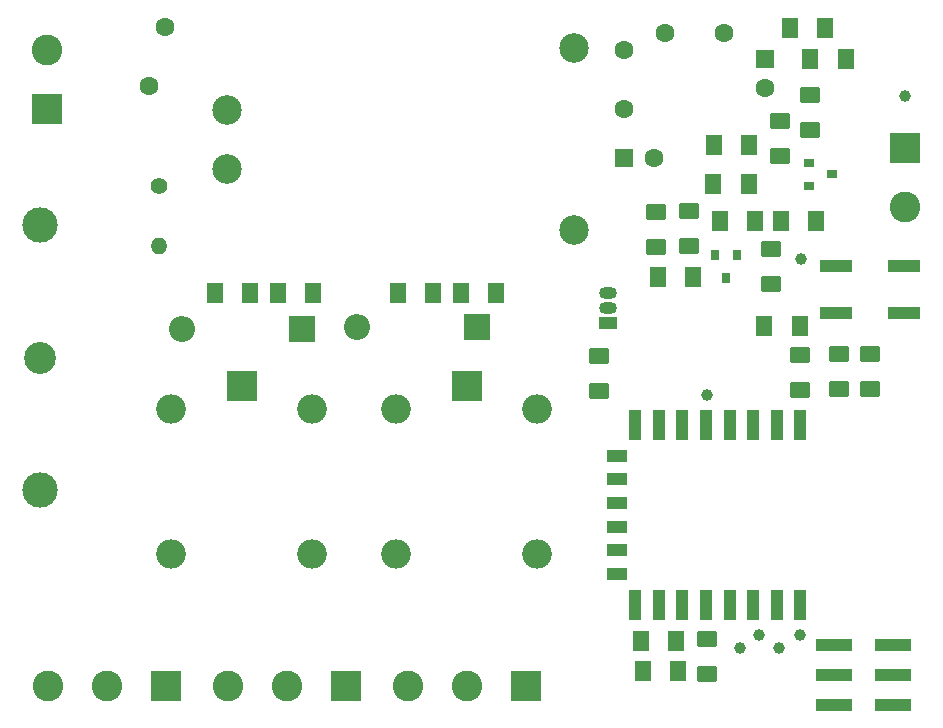
<source format=gts>
%TF.GenerationSoftware,KiCad,Pcbnew,(6.0.1)*%
%TF.CreationDate,2022-01-24T21:35:52+01:00*%
%TF.ProjectId,SmartSwitch,536d6172-7453-4776-9974-63682e6b6963,rev?*%
%TF.SameCoordinates,Original*%
%TF.FileFunction,Soldermask,Top*%
%TF.FilePolarity,Negative*%
%FSLAX46Y46*%
G04 Gerber Fmt 4.6, Leading zero omitted, Abs format (unit mm)*
G04 Created by KiCad (PCBNEW (6.0.1)) date 2022-01-24 21:35:52*
%MOMM*%
%LPD*%
G01*
G04 APERTURE LIST*
G04 Aperture macros list*
%AMRoundRect*
0 Rectangle with rounded corners*
0 $1 Rounding radius*
0 $2 $3 $4 $5 $6 $7 $8 $9 X,Y pos of 4 corners*
0 Add a 4 corners polygon primitive as box body*
4,1,4,$2,$3,$4,$5,$6,$7,$8,$9,$2,$3,0*
0 Add four circle primitives for the rounded corners*
1,1,$1+$1,$2,$3*
1,1,$1+$1,$4,$5*
1,1,$1+$1,$6,$7*
1,1,$1+$1,$8,$9*
0 Add four rect primitives between the rounded corners*
20,1,$1+$1,$2,$3,$4,$5,0*
20,1,$1+$1,$4,$5,$6,$7,0*
20,1,$1+$1,$6,$7,$8,$9,0*
20,1,$1+$1,$8,$9,$2,$3,0*%
G04 Aperture macros list end*
%ADD10R,1.000000X2.500000*%
%ADD11R,1.800000X1.000000*%
%ADD12RoundRect,0.250001X0.462499X0.624999X-0.462499X0.624999X-0.462499X-0.624999X0.462499X-0.624999X0*%
%ADD13RoundRect,0.250001X0.624999X-0.462499X0.624999X0.462499X-0.624999X0.462499X-0.624999X-0.462499X0*%
%ADD14RoundRect,0.250001X-0.462499X-0.624999X0.462499X-0.624999X0.462499X0.624999X-0.462499X0.624999X0*%
%ADD15RoundRect,0.250001X-0.624999X0.462499X-0.624999X-0.462499X0.624999X-0.462499X0.624999X0.462499X0*%
%ADD16R,1.600000X1.600000*%
%ADD17C,1.600000*%
%ADD18R,0.900000X0.800000*%
%ADD19C,2.500000*%
%ADD20R,2.600000X2.600000*%
%ADD21C,2.600000*%
%ADD22R,0.800000X0.900000*%
%ADD23C,1.000000*%
%ADD24C,1.400000*%
%ADD25O,1.400000X1.400000*%
%ADD26R,2.500000X2.500000*%
%ADD27O,2.500000X2.500000*%
%ADD28R,2.200000X2.200000*%
%ADD29O,2.200000X2.200000*%
%ADD30R,3.150000X1.000000*%
%ADD31R,1.500000X1.050000*%
%ADD32O,1.500000X1.050000*%
%ADD33R,2.750000X1.000000*%
%ADD34C,2.700000*%
%ADD35C,3.000000*%
G04 APERTURE END LIST*
D10*
X166365000Y-120462000D03*
X164365000Y-120462000D03*
X162365000Y-120462000D03*
X160365000Y-120462000D03*
X158365000Y-120462000D03*
X156365000Y-120462000D03*
X154365000Y-120462000D03*
X152365000Y-120462000D03*
D11*
X150865000Y-123062000D03*
X150865000Y-125062000D03*
X150865000Y-127062000D03*
X150865000Y-129062000D03*
X150865000Y-131062000D03*
X150865000Y-133062000D03*
D10*
X152365000Y-135662000D03*
X154365000Y-135662000D03*
X156365000Y-135662000D03*
X158365000Y-135662000D03*
X160365000Y-135662000D03*
X162365000Y-135662000D03*
X164365000Y-135662000D03*
X166365000Y-135662000D03*
D12*
X125073000Y-109266000D03*
X122098000Y-109266000D03*
X157280000Y-107950000D03*
X154305000Y-107950000D03*
X140567000Y-109266000D03*
X137592000Y-109266000D03*
D13*
X164643000Y-97672500D03*
X164643000Y-94697500D03*
D12*
X161979000Y-100076000D03*
X159004000Y-100076000D03*
X156007000Y-141270000D03*
X153032000Y-141270000D03*
D14*
X152832000Y-138730000D03*
X155807000Y-138730000D03*
D13*
X156896000Y-105329000D03*
X156896000Y-102354000D03*
X158420000Y-141578000D03*
X158420000Y-138603000D03*
D15*
X166294000Y-114546000D03*
X166294000Y-117521000D03*
D16*
X163373000Y-89454000D03*
D17*
X163373000Y-91954000D03*
D18*
X167072000Y-98283000D03*
X167072000Y-100183000D03*
X169072000Y-99233000D03*
D15*
X169596000Y-114419000D03*
X169596000Y-117394000D03*
D14*
X159563000Y-103170000D03*
X162538000Y-103170000D03*
D13*
X167200000Y-95500000D03*
X167200000Y-92525000D03*
D14*
X116764000Y-109266000D03*
X119739000Y-109266000D03*
X163319000Y-112060000D03*
X166294000Y-112060000D03*
D15*
X149300000Y-114612500D03*
X149300000Y-117587500D03*
X163881000Y-105583000D03*
X163881000Y-108558000D03*
D19*
X117780000Y-93772000D03*
X117780000Y-98772000D03*
X147180000Y-88572000D03*
X147180000Y-103972000D03*
D12*
X167687500Y-103200000D03*
X164712500Y-103200000D03*
D17*
X159900000Y-87250000D03*
X154900000Y-87250000D03*
D20*
X175184000Y-97000000D03*
D21*
X175184000Y-102000000D03*
D14*
X132258000Y-109266000D03*
X135233000Y-109266000D03*
D22*
X161031000Y-106045000D03*
X159131000Y-106045000D03*
X160081000Y-108045000D03*
D15*
X172263000Y-114473000D03*
X172263000Y-117448000D03*
D23*
X158420000Y-117902000D03*
X164516000Y-139365000D03*
X166294000Y-138222000D03*
X161214000Y-139365000D03*
X166400000Y-106400000D03*
D20*
X112650000Y-142540000D03*
D21*
X107650000Y-142540000D03*
X102650000Y-142540000D03*
D23*
X162865000Y-138222000D03*
D17*
X151435000Y-93692000D03*
X151435000Y-88692000D03*
D16*
X151435000Y-97836000D03*
D17*
X153935000Y-97836000D03*
X111250000Y-91750000D03*
X112550000Y-86750000D03*
D23*
X175200000Y-92600000D03*
D20*
X127898500Y-142540000D03*
D21*
X122898500Y-142540000D03*
X117898500Y-142540000D03*
D20*
X143147000Y-142540000D03*
D21*
X138147000Y-142540000D03*
X133147000Y-142540000D03*
D24*
X112065000Y-100249000D03*
D25*
X112065000Y-105329000D03*
D14*
X165512500Y-86800000D03*
X168487500Y-86800000D03*
D26*
X119050000Y-117140000D03*
D27*
X113050000Y-119140000D03*
X113050000Y-131340000D03*
X125050000Y-131340000D03*
X125050000Y-119140000D03*
D14*
X159077000Y-96774000D03*
X162052000Y-96774000D03*
D28*
X124130000Y-112314000D03*
D29*
X113970000Y-112314000D03*
D30*
X169175000Y-139060000D03*
X174225000Y-139060000D03*
X169175000Y-141600000D03*
X174225000Y-141600000D03*
X169175000Y-144140000D03*
X174225000Y-144140000D03*
D31*
X150038000Y-111806000D03*
D32*
X150038000Y-110536000D03*
X150038000Y-109266000D03*
D12*
X170187500Y-89500000D03*
X167212500Y-89500000D03*
D26*
X138100000Y-117140000D03*
D27*
X132100000Y-119140000D03*
X132100000Y-131340000D03*
X144100000Y-131340000D03*
X144100000Y-119140000D03*
D15*
X154178000Y-102435000D03*
X154178000Y-105410000D03*
D28*
X138989000Y-112187000D03*
D29*
X128829000Y-112187000D03*
D20*
X102540000Y-93692000D03*
D21*
X102540000Y-88692000D03*
D33*
X169383000Y-111012000D03*
X175143000Y-111012000D03*
X169383000Y-107012000D03*
X175143000Y-107012000D03*
D34*
X102000000Y-114750000D03*
D35*
X102000000Y-126000000D03*
X102000000Y-103500000D03*
M02*

</source>
